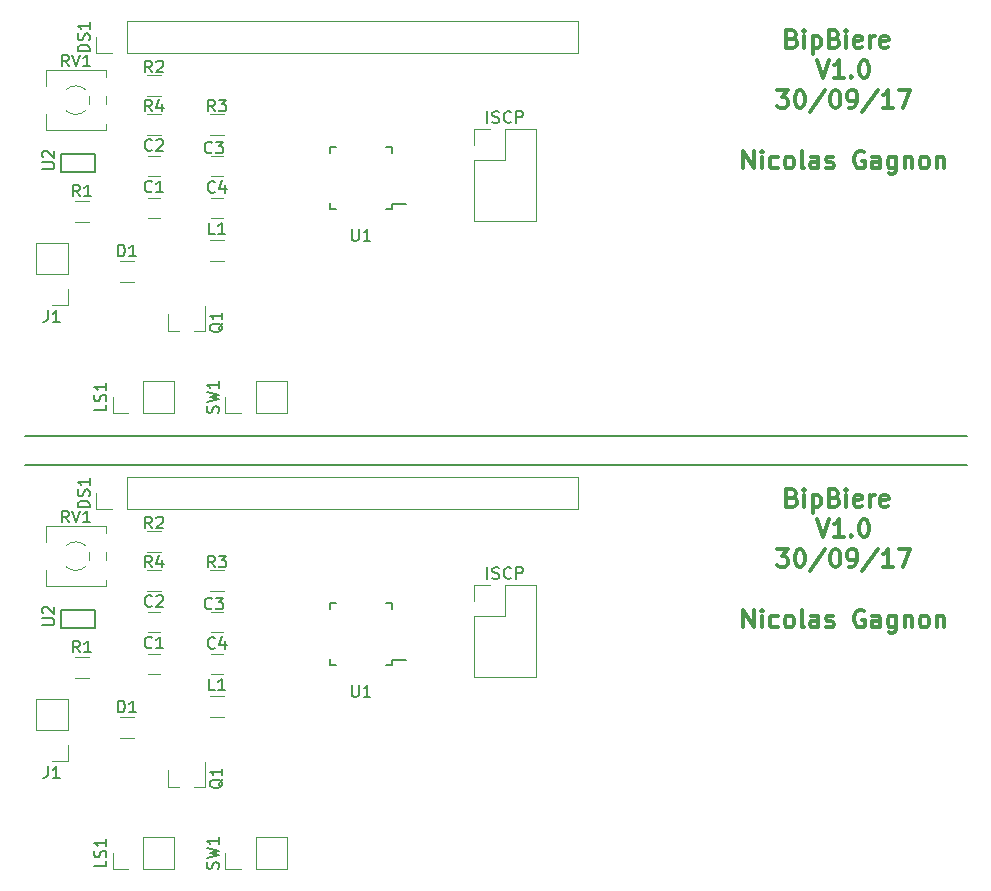
<source format=gbr>
G04 #@! TF.FileFunction,Legend,Top*
%FSLAX46Y46*%
G04 Gerber Fmt 4.6, Leading zero omitted, Abs format (unit mm)*
G04 Created by KiCad (PCBNEW 4.0.6) date 09/30/17 10:47:32*
%MOMM*%
%LPD*%
G01*
G04 APERTURE LIST*
%ADD10C,0.100000*%
%ADD11C,0.300000*%
%ADD12C,0.200000*%
%ADD13C,0.120000*%
%ADD14C,0.150000*%
G04 APERTURE END LIST*
D10*
D11*
X160996858Y-98678857D02*
X161211144Y-98750286D01*
X161282572Y-98821714D01*
X161354001Y-98964571D01*
X161354001Y-99178857D01*
X161282572Y-99321714D01*
X161211144Y-99393143D01*
X161068286Y-99464571D01*
X160496858Y-99464571D01*
X160496858Y-97964571D01*
X160996858Y-97964571D01*
X161139715Y-98036000D01*
X161211144Y-98107429D01*
X161282572Y-98250286D01*
X161282572Y-98393143D01*
X161211144Y-98536000D01*
X161139715Y-98607429D01*
X160996858Y-98678857D01*
X160496858Y-98678857D01*
X161996858Y-99464571D02*
X161996858Y-98464571D01*
X161996858Y-97964571D02*
X161925429Y-98036000D01*
X161996858Y-98107429D01*
X162068286Y-98036000D01*
X161996858Y-97964571D01*
X161996858Y-98107429D01*
X162711144Y-98464571D02*
X162711144Y-99964571D01*
X162711144Y-98536000D02*
X162854001Y-98464571D01*
X163139715Y-98464571D01*
X163282572Y-98536000D01*
X163354001Y-98607429D01*
X163425430Y-98750286D01*
X163425430Y-99178857D01*
X163354001Y-99321714D01*
X163282572Y-99393143D01*
X163139715Y-99464571D01*
X162854001Y-99464571D01*
X162711144Y-99393143D01*
X164568287Y-98678857D02*
X164782573Y-98750286D01*
X164854001Y-98821714D01*
X164925430Y-98964571D01*
X164925430Y-99178857D01*
X164854001Y-99321714D01*
X164782573Y-99393143D01*
X164639715Y-99464571D01*
X164068287Y-99464571D01*
X164068287Y-97964571D01*
X164568287Y-97964571D01*
X164711144Y-98036000D01*
X164782573Y-98107429D01*
X164854001Y-98250286D01*
X164854001Y-98393143D01*
X164782573Y-98536000D01*
X164711144Y-98607429D01*
X164568287Y-98678857D01*
X164068287Y-98678857D01*
X165568287Y-99464571D02*
X165568287Y-98464571D01*
X165568287Y-97964571D02*
X165496858Y-98036000D01*
X165568287Y-98107429D01*
X165639715Y-98036000D01*
X165568287Y-97964571D01*
X165568287Y-98107429D01*
X166854001Y-99393143D02*
X166711144Y-99464571D01*
X166425430Y-99464571D01*
X166282573Y-99393143D01*
X166211144Y-99250286D01*
X166211144Y-98678857D01*
X166282573Y-98536000D01*
X166425430Y-98464571D01*
X166711144Y-98464571D01*
X166854001Y-98536000D01*
X166925430Y-98678857D01*
X166925430Y-98821714D01*
X166211144Y-98964571D01*
X167568287Y-99464571D02*
X167568287Y-98464571D01*
X167568287Y-98750286D02*
X167639715Y-98607429D01*
X167711144Y-98536000D01*
X167854001Y-98464571D01*
X167996858Y-98464571D01*
X169068286Y-99393143D02*
X168925429Y-99464571D01*
X168639715Y-99464571D01*
X168496858Y-99393143D01*
X168425429Y-99250286D01*
X168425429Y-98678857D01*
X168496858Y-98536000D01*
X168639715Y-98464571D01*
X168925429Y-98464571D01*
X169068286Y-98536000D01*
X169139715Y-98678857D01*
X169139715Y-98821714D01*
X168425429Y-98964571D01*
X163068286Y-100514571D02*
X163568286Y-102014571D01*
X164068286Y-100514571D01*
X165354000Y-102014571D02*
X164496857Y-102014571D01*
X164925429Y-102014571D02*
X164925429Y-100514571D01*
X164782572Y-100728857D01*
X164639714Y-100871714D01*
X164496857Y-100943143D01*
X165996857Y-101871714D02*
X166068285Y-101943143D01*
X165996857Y-102014571D01*
X165925428Y-101943143D01*
X165996857Y-101871714D01*
X165996857Y-102014571D01*
X166996857Y-100514571D02*
X167139714Y-100514571D01*
X167282571Y-100586000D01*
X167354000Y-100657429D01*
X167425429Y-100800286D01*
X167496857Y-101086000D01*
X167496857Y-101443143D01*
X167425429Y-101728857D01*
X167354000Y-101871714D01*
X167282571Y-101943143D01*
X167139714Y-102014571D01*
X166996857Y-102014571D01*
X166854000Y-101943143D01*
X166782571Y-101871714D01*
X166711143Y-101728857D01*
X166639714Y-101443143D01*
X166639714Y-101086000D01*
X166711143Y-100800286D01*
X166782571Y-100657429D01*
X166854000Y-100586000D01*
X166996857Y-100514571D01*
X159711144Y-103064571D02*
X160639715Y-103064571D01*
X160139715Y-103636000D01*
X160354001Y-103636000D01*
X160496858Y-103707429D01*
X160568287Y-103778857D01*
X160639715Y-103921714D01*
X160639715Y-104278857D01*
X160568287Y-104421714D01*
X160496858Y-104493143D01*
X160354001Y-104564571D01*
X159925429Y-104564571D01*
X159782572Y-104493143D01*
X159711144Y-104421714D01*
X161568286Y-103064571D02*
X161711143Y-103064571D01*
X161854000Y-103136000D01*
X161925429Y-103207429D01*
X161996858Y-103350286D01*
X162068286Y-103636000D01*
X162068286Y-103993143D01*
X161996858Y-104278857D01*
X161925429Y-104421714D01*
X161854000Y-104493143D01*
X161711143Y-104564571D01*
X161568286Y-104564571D01*
X161425429Y-104493143D01*
X161354000Y-104421714D01*
X161282572Y-104278857D01*
X161211143Y-103993143D01*
X161211143Y-103636000D01*
X161282572Y-103350286D01*
X161354000Y-103207429D01*
X161425429Y-103136000D01*
X161568286Y-103064571D01*
X163782571Y-102993143D02*
X162496857Y-104921714D01*
X164568286Y-103064571D02*
X164711143Y-103064571D01*
X164854000Y-103136000D01*
X164925429Y-103207429D01*
X164996858Y-103350286D01*
X165068286Y-103636000D01*
X165068286Y-103993143D01*
X164996858Y-104278857D01*
X164925429Y-104421714D01*
X164854000Y-104493143D01*
X164711143Y-104564571D01*
X164568286Y-104564571D01*
X164425429Y-104493143D01*
X164354000Y-104421714D01*
X164282572Y-104278857D01*
X164211143Y-103993143D01*
X164211143Y-103636000D01*
X164282572Y-103350286D01*
X164354000Y-103207429D01*
X164425429Y-103136000D01*
X164568286Y-103064571D01*
X165782571Y-104564571D02*
X166068286Y-104564571D01*
X166211143Y-104493143D01*
X166282571Y-104421714D01*
X166425429Y-104207429D01*
X166496857Y-103921714D01*
X166496857Y-103350286D01*
X166425429Y-103207429D01*
X166354000Y-103136000D01*
X166211143Y-103064571D01*
X165925429Y-103064571D01*
X165782571Y-103136000D01*
X165711143Y-103207429D01*
X165639714Y-103350286D01*
X165639714Y-103707429D01*
X165711143Y-103850286D01*
X165782571Y-103921714D01*
X165925429Y-103993143D01*
X166211143Y-103993143D01*
X166354000Y-103921714D01*
X166425429Y-103850286D01*
X166496857Y-103707429D01*
X168211142Y-102993143D02*
X166925428Y-104921714D01*
X169496857Y-104564571D02*
X168639714Y-104564571D01*
X169068286Y-104564571D02*
X169068286Y-103064571D01*
X168925429Y-103278857D01*
X168782571Y-103421714D01*
X168639714Y-103493143D01*
X169996857Y-103064571D02*
X170996857Y-103064571D01*
X170354000Y-104564571D01*
X156854000Y-109664571D02*
X156854000Y-108164571D01*
X157711143Y-109664571D01*
X157711143Y-108164571D01*
X158425429Y-109664571D02*
X158425429Y-108664571D01*
X158425429Y-108164571D02*
X158354000Y-108236000D01*
X158425429Y-108307429D01*
X158496857Y-108236000D01*
X158425429Y-108164571D01*
X158425429Y-108307429D01*
X159782572Y-109593143D02*
X159639715Y-109664571D01*
X159354001Y-109664571D01*
X159211143Y-109593143D01*
X159139715Y-109521714D01*
X159068286Y-109378857D01*
X159068286Y-108950286D01*
X159139715Y-108807429D01*
X159211143Y-108736000D01*
X159354001Y-108664571D01*
X159639715Y-108664571D01*
X159782572Y-108736000D01*
X160639715Y-109664571D02*
X160496857Y-109593143D01*
X160425429Y-109521714D01*
X160354000Y-109378857D01*
X160354000Y-108950286D01*
X160425429Y-108807429D01*
X160496857Y-108736000D01*
X160639715Y-108664571D01*
X160854000Y-108664571D01*
X160996857Y-108736000D01*
X161068286Y-108807429D01*
X161139715Y-108950286D01*
X161139715Y-109378857D01*
X161068286Y-109521714D01*
X160996857Y-109593143D01*
X160854000Y-109664571D01*
X160639715Y-109664571D01*
X161996858Y-109664571D02*
X161854000Y-109593143D01*
X161782572Y-109450286D01*
X161782572Y-108164571D01*
X163211143Y-109664571D02*
X163211143Y-108878857D01*
X163139714Y-108736000D01*
X162996857Y-108664571D01*
X162711143Y-108664571D01*
X162568286Y-108736000D01*
X163211143Y-109593143D02*
X163068286Y-109664571D01*
X162711143Y-109664571D01*
X162568286Y-109593143D01*
X162496857Y-109450286D01*
X162496857Y-109307429D01*
X162568286Y-109164571D01*
X162711143Y-109093143D01*
X163068286Y-109093143D01*
X163211143Y-109021714D01*
X163854000Y-109593143D02*
X163996857Y-109664571D01*
X164282572Y-109664571D01*
X164425429Y-109593143D01*
X164496857Y-109450286D01*
X164496857Y-109378857D01*
X164425429Y-109236000D01*
X164282572Y-109164571D01*
X164068286Y-109164571D01*
X163925429Y-109093143D01*
X163854000Y-108950286D01*
X163854000Y-108878857D01*
X163925429Y-108736000D01*
X164068286Y-108664571D01*
X164282572Y-108664571D01*
X164425429Y-108736000D01*
X167068286Y-108236000D02*
X166925429Y-108164571D01*
X166711143Y-108164571D01*
X166496858Y-108236000D01*
X166354000Y-108378857D01*
X166282572Y-108521714D01*
X166211143Y-108807429D01*
X166211143Y-109021714D01*
X166282572Y-109307429D01*
X166354000Y-109450286D01*
X166496858Y-109593143D01*
X166711143Y-109664571D01*
X166854000Y-109664571D01*
X167068286Y-109593143D01*
X167139715Y-109521714D01*
X167139715Y-109021714D01*
X166854000Y-109021714D01*
X168425429Y-109664571D02*
X168425429Y-108878857D01*
X168354000Y-108736000D01*
X168211143Y-108664571D01*
X167925429Y-108664571D01*
X167782572Y-108736000D01*
X168425429Y-109593143D02*
X168282572Y-109664571D01*
X167925429Y-109664571D01*
X167782572Y-109593143D01*
X167711143Y-109450286D01*
X167711143Y-109307429D01*
X167782572Y-109164571D01*
X167925429Y-109093143D01*
X168282572Y-109093143D01*
X168425429Y-109021714D01*
X169782572Y-108664571D02*
X169782572Y-109878857D01*
X169711143Y-110021714D01*
X169639715Y-110093143D01*
X169496858Y-110164571D01*
X169282572Y-110164571D01*
X169139715Y-110093143D01*
X169782572Y-109593143D02*
X169639715Y-109664571D01*
X169354001Y-109664571D01*
X169211143Y-109593143D01*
X169139715Y-109521714D01*
X169068286Y-109378857D01*
X169068286Y-108950286D01*
X169139715Y-108807429D01*
X169211143Y-108736000D01*
X169354001Y-108664571D01*
X169639715Y-108664571D01*
X169782572Y-108736000D01*
X170496858Y-108664571D02*
X170496858Y-109664571D01*
X170496858Y-108807429D02*
X170568286Y-108736000D01*
X170711144Y-108664571D01*
X170925429Y-108664571D01*
X171068286Y-108736000D01*
X171139715Y-108878857D01*
X171139715Y-109664571D01*
X172068287Y-109664571D02*
X171925429Y-109593143D01*
X171854001Y-109521714D01*
X171782572Y-109378857D01*
X171782572Y-108950286D01*
X171854001Y-108807429D01*
X171925429Y-108736000D01*
X172068287Y-108664571D01*
X172282572Y-108664571D01*
X172425429Y-108736000D01*
X172496858Y-108807429D01*
X172568287Y-108950286D01*
X172568287Y-109378857D01*
X172496858Y-109521714D01*
X172425429Y-109593143D01*
X172282572Y-109664571D01*
X172068287Y-109664571D01*
X173211144Y-108664571D02*
X173211144Y-109664571D01*
X173211144Y-108807429D02*
X173282572Y-108736000D01*
X173425430Y-108664571D01*
X173639715Y-108664571D01*
X173782572Y-108736000D01*
X173854001Y-108878857D01*
X173854001Y-109664571D01*
X160996858Y-59816857D02*
X161211144Y-59888286D01*
X161282572Y-59959714D01*
X161354001Y-60102571D01*
X161354001Y-60316857D01*
X161282572Y-60459714D01*
X161211144Y-60531143D01*
X161068286Y-60602571D01*
X160496858Y-60602571D01*
X160496858Y-59102571D01*
X160996858Y-59102571D01*
X161139715Y-59174000D01*
X161211144Y-59245429D01*
X161282572Y-59388286D01*
X161282572Y-59531143D01*
X161211144Y-59674000D01*
X161139715Y-59745429D01*
X160996858Y-59816857D01*
X160496858Y-59816857D01*
X161996858Y-60602571D02*
X161996858Y-59602571D01*
X161996858Y-59102571D02*
X161925429Y-59174000D01*
X161996858Y-59245429D01*
X162068286Y-59174000D01*
X161996858Y-59102571D01*
X161996858Y-59245429D01*
X162711144Y-59602571D02*
X162711144Y-61102571D01*
X162711144Y-59674000D02*
X162854001Y-59602571D01*
X163139715Y-59602571D01*
X163282572Y-59674000D01*
X163354001Y-59745429D01*
X163425430Y-59888286D01*
X163425430Y-60316857D01*
X163354001Y-60459714D01*
X163282572Y-60531143D01*
X163139715Y-60602571D01*
X162854001Y-60602571D01*
X162711144Y-60531143D01*
X164568287Y-59816857D02*
X164782573Y-59888286D01*
X164854001Y-59959714D01*
X164925430Y-60102571D01*
X164925430Y-60316857D01*
X164854001Y-60459714D01*
X164782573Y-60531143D01*
X164639715Y-60602571D01*
X164068287Y-60602571D01*
X164068287Y-59102571D01*
X164568287Y-59102571D01*
X164711144Y-59174000D01*
X164782573Y-59245429D01*
X164854001Y-59388286D01*
X164854001Y-59531143D01*
X164782573Y-59674000D01*
X164711144Y-59745429D01*
X164568287Y-59816857D01*
X164068287Y-59816857D01*
X165568287Y-60602571D02*
X165568287Y-59602571D01*
X165568287Y-59102571D02*
X165496858Y-59174000D01*
X165568287Y-59245429D01*
X165639715Y-59174000D01*
X165568287Y-59102571D01*
X165568287Y-59245429D01*
X166854001Y-60531143D02*
X166711144Y-60602571D01*
X166425430Y-60602571D01*
X166282573Y-60531143D01*
X166211144Y-60388286D01*
X166211144Y-59816857D01*
X166282573Y-59674000D01*
X166425430Y-59602571D01*
X166711144Y-59602571D01*
X166854001Y-59674000D01*
X166925430Y-59816857D01*
X166925430Y-59959714D01*
X166211144Y-60102571D01*
X167568287Y-60602571D02*
X167568287Y-59602571D01*
X167568287Y-59888286D02*
X167639715Y-59745429D01*
X167711144Y-59674000D01*
X167854001Y-59602571D01*
X167996858Y-59602571D01*
X169068286Y-60531143D02*
X168925429Y-60602571D01*
X168639715Y-60602571D01*
X168496858Y-60531143D01*
X168425429Y-60388286D01*
X168425429Y-59816857D01*
X168496858Y-59674000D01*
X168639715Y-59602571D01*
X168925429Y-59602571D01*
X169068286Y-59674000D01*
X169139715Y-59816857D01*
X169139715Y-59959714D01*
X168425429Y-60102571D01*
X163068286Y-61652571D02*
X163568286Y-63152571D01*
X164068286Y-61652571D01*
X165354000Y-63152571D02*
X164496857Y-63152571D01*
X164925429Y-63152571D02*
X164925429Y-61652571D01*
X164782572Y-61866857D01*
X164639714Y-62009714D01*
X164496857Y-62081143D01*
X165996857Y-63009714D02*
X166068285Y-63081143D01*
X165996857Y-63152571D01*
X165925428Y-63081143D01*
X165996857Y-63009714D01*
X165996857Y-63152571D01*
X166996857Y-61652571D02*
X167139714Y-61652571D01*
X167282571Y-61724000D01*
X167354000Y-61795429D01*
X167425429Y-61938286D01*
X167496857Y-62224000D01*
X167496857Y-62581143D01*
X167425429Y-62866857D01*
X167354000Y-63009714D01*
X167282571Y-63081143D01*
X167139714Y-63152571D01*
X166996857Y-63152571D01*
X166854000Y-63081143D01*
X166782571Y-63009714D01*
X166711143Y-62866857D01*
X166639714Y-62581143D01*
X166639714Y-62224000D01*
X166711143Y-61938286D01*
X166782571Y-61795429D01*
X166854000Y-61724000D01*
X166996857Y-61652571D01*
X159711144Y-64202571D02*
X160639715Y-64202571D01*
X160139715Y-64774000D01*
X160354001Y-64774000D01*
X160496858Y-64845429D01*
X160568287Y-64916857D01*
X160639715Y-65059714D01*
X160639715Y-65416857D01*
X160568287Y-65559714D01*
X160496858Y-65631143D01*
X160354001Y-65702571D01*
X159925429Y-65702571D01*
X159782572Y-65631143D01*
X159711144Y-65559714D01*
X161568286Y-64202571D02*
X161711143Y-64202571D01*
X161854000Y-64274000D01*
X161925429Y-64345429D01*
X161996858Y-64488286D01*
X162068286Y-64774000D01*
X162068286Y-65131143D01*
X161996858Y-65416857D01*
X161925429Y-65559714D01*
X161854000Y-65631143D01*
X161711143Y-65702571D01*
X161568286Y-65702571D01*
X161425429Y-65631143D01*
X161354000Y-65559714D01*
X161282572Y-65416857D01*
X161211143Y-65131143D01*
X161211143Y-64774000D01*
X161282572Y-64488286D01*
X161354000Y-64345429D01*
X161425429Y-64274000D01*
X161568286Y-64202571D01*
X163782571Y-64131143D02*
X162496857Y-66059714D01*
X164568286Y-64202571D02*
X164711143Y-64202571D01*
X164854000Y-64274000D01*
X164925429Y-64345429D01*
X164996858Y-64488286D01*
X165068286Y-64774000D01*
X165068286Y-65131143D01*
X164996858Y-65416857D01*
X164925429Y-65559714D01*
X164854000Y-65631143D01*
X164711143Y-65702571D01*
X164568286Y-65702571D01*
X164425429Y-65631143D01*
X164354000Y-65559714D01*
X164282572Y-65416857D01*
X164211143Y-65131143D01*
X164211143Y-64774000D01*
X164282572Y-64488286D01*
X164354000Y-64345429D01*
X164425429Y-64274000D01*
X164568286Y-64202571D01*
X165782571Y-65702571D02*
X166068286Y-65702571D01*
X166211143Y-65631143D01*
X166282571Y-65559714D01*
X166425429Y-65345429D01*
X166496857Y-65059714D01*
X166496857Y-64488286D01*
X166425429Y-64345429D01*
X166354000Y-64274000D01*
X166211143Y-64202571D01*
X165925429Y-64202571D01*
X165782571Y-64274000D01*
X165711143Y-64345429D01*
X165639714Y-64488286D01*
X165639714Y-64845429D01*
X165711143Y-64988286D01*
X165782571Y-65059714D01*
X165925429Y-65131143D01*
X166211143Y-65131143D01*
X166354000Y-65059714D01*
X166425429Y-64988286D01*
X166496857Y-64845429D01*
X168211142Y-64131143D02*
X166925428Y-66059714D01*
X169496857Y-65702571D02*
X168639714Y-65702571D01*
X169068286Y-65702571D02*
X169068286Y-64202571D01*
X168925429Y-64416857D01*
X168782571Y-64559714D01*
X168639714Y-64631143D01*
X169996857Y-64202571D02*
X170996857Y-64202571D01*
X170354000Y-65702571D01*
X156854000Y-70802571D02*
X156854000Y-69302571D01*
X157711143Y-70802571D01*
X157711143Y-69302571D01*
X158425429Y-70802571D02*
X158425429Y-69802571D01*
X158425429Y-69302571D02*
X158354000Y-69374000D01*
X158425429Y-69445429D01*
X158496857Y-69374000D01*
X158425429Y-69302571D01*
X158425429Y-69445429D01*
X159782572Y-70731143D02*
X159639715Y-70802571D01*
X159354001Y-70802571D01*
X159211143Y-70731143D01*
X159139715Y-70659714D01*
X159068286Y-70516857D01*
X159068286Y-70088286D01*
X159139715Y-69945429D01*
X159211143Y-69874000D01*
X159354001Y-69802571D01*
X159639715Y-69802571D01*
X159782572Y-69874000D01*
X160639715Y-70802571D02*
X160496857Y-70731143D01*
X160425429Y-70659714D01*
X160354000Y-70516857D01*
X160354000Y-70088286D01*
X160425429Y-69945429D01*
X160496857Y-69874000D01*
X160639715Y-69802571D01*
X160854000Y-69802571D01*
X160996857Y-69874000D01*
X161068286Y-69945429D01*
X161139715Y-70088286D01*
X161139715Y-70516857D01*
X161068286Y-70659714D01*
X160996857Y-70731143D01*
X160854000Y-70802571D01*
X160639715Y-70802571D01*
X161996858Y-70802571D02*
X161854000Y-70731143D01*
X161782572Y-70588286D01*
X161782572Y-69302571D01*
X163211143Y-70802571D02*
X163211143Y-70016857D01*
X163139714Y-69874000D01*
X162996857Y-69802571D01*
X162711143Y-69802571D01*
X162568286Y-69874000D01*
X163211143Y-70731143D02*
X163068286Y-70802571D01*
X162711143Y-70802571D01*
X162568286Y-70731143D01*
X162496857Y-70588286D01*
X162496857Y-70445429D01*
X162568286Y-70302571D01*
X162711143Y-70231143D01*
X163068286Y-70231143D01*
X163211143Y-70159714D01*
X163854000Y-70731143D02*
X163996857Y-70802571D01*
X164282572Y-70802571D01*
X164425429Y-70731143D01*
X164496857Y-70588286D01*
X164496857Y-70516857D01*
X164425429Y-70374000D01*
X164282572Y-70302571D01*
X164068286Y-70302571D01*
X163925429Y-70231143D01*
X163854000Y-70088286D01*
X163854000Y-70016857D01*
X163925429Y-69874000D01*
X164068286Y-69802571D01*
X164282572Y-69802571D01*
X164425429Y-69874000D01*
X167068286Y-69374000D02*
X166925429Y-69302571D01*
X166711143Y-69302571D01*
X166496858Y-69374000D01*
X166354000Y-69516857D01*
X166282572Y-69659714D01*
X166211143Y-69945429D01*
X166211143Y-70159714D01*
X166282572Y-70445429D01*
X166354000Y-70588286D01*
X166496858Y-70731143D01*
X166711143Y-70802571D01*
X166854000Y-70802571D01*
X167068286Y-70731143D01*
X167139715Y-70659714D01*
X167139715Y-70159714D01*
X166854000Y-70159714D01*
X168425429Y-70802571D02*
X168425429Y-70016857D01*
X168354000Y-69874000D01*
X168211143Y-69802571D01*
X167925429Y-69802571D01*
X167782572Y-69874000D01*
X168425429Y-70731143D02*
X168282572Y-70802571D01*
X167925429Y-70802571D01*
X167782572Y-70731143D01*
X167711143Y-70588286D01*
X167711143Y-70445429D01*
X167782572Y-70302571D01*
X167925429Y-70231143D01*
X168282572Y-70231143D01*
X168425429Y-70159714D01*
X169782572Y-69802571D02*
X169782572Y-71016857D01*
X169711143Y-71159714D01*
X169639715Y-71231143D01*
X169496858Y-71302571D01*
X169282572Y-71302571D01*
X169139715Y-71231143D01*
X169782572Y-70731143D02*
X169639715Y-70802571D01*
X169354001Y-70802571D01*
X169211143Y-70731143D01*
X169139715Y-70659714D01*
X169068286Y-70516857D01*
X169068286Y-70088286D01*
X169139715Y-69945429D01*
X169211143Y-69874000D01*
X169354001Y-69802571D01*
X169639715Y-69802571D01*
X169782572Y-69874000D01*
X170496858Y-69802571D02*
X170496858Y-70802571D01*
X170496858Y-69945429D02*
X170568286Y-69874000D01*
X170711144Y-69802571D01*
X170925429Y-69802571D01*
X171068286Y-69874000D01*
X171139715Y-70016857D01*
X171139715Y-70802571D01*
X172068287Y-70802571D02*
X171925429Y-70731143D01*
X171854001Y-70659714D01*
X171782572Y-70516857D01*
X171782572Y-70088286D01*
X171854001Y-69945429D01*
X171925429Y-69874000D01*
X172068287Y-69802571D01*
X172282572Y-69802571D01*
X172425429Y-69874000D01*
X172496858Y-69945429D01*
X172568287Y-70088286D01*
X172568287Y-70516857D01*
X172496858Y-70659714D01*
X172425429Y-70731143D01*
X172282572Y-70802571D01*
X172068287Y-70802571D01*
X173211144Y-69802571D02*
X173211144Y-70802571D01*
X173211144Y-69945429D02*
X173282572Y-69874000D01*
X173425430Y-69802571D01*
X173639715Y-69802571D01*
X173782572Y-69874000D01*
X173854001Y-70016857D01*
X173854001Y-70802571D01*
D12*
X96012000Y-95885000D02*
X175768000Y-95885000D01*
X175768000Y-93472000D02*
X96012000Y-93472000D01*
D13*
X134052000Y-113852000D02*
X139252000Y-113852000D01*
X134052000Y-108712000D02*
X134052000Y-113852000D01*
X139252000Y-106112000D02*
X139252000Y-113852000D01*
X134052000Y-108712000D02*
X136652000Y-108712000D01*
X136652000Y-108712000D02*
X136652000Y-106112000D01*
X136652000Y-106112000D02*
X139252000Y-106112000D01*
X134052000Y-107442000D02*
X134052000Y-106112000D01*
X134052000Y-106112000D02*
X135382000Y-106112000D01*
X142808000Y-99628000D02*
X142808000Y-96968000D01*
X104648000Y-99628000D02*
X142808000Y-99628000D01*
X104648000Y-96968000D02*
X142808000Y-96968000D01*
X104648000Y-99628000D02*
X104648000Y-96968000D01*
X103378000Y-99628000D02*
X102048000Y-99628000D01*
X102048000Y-99628000D02*
X102048000Y-98298000D01*
X99628000Y-115764000D02*
X96968000Y-115764000D01*
X99628000Y-118364000D02*
X99628000Y-115764000D01*
X96968000Y-118364000D02*
X96968000Y-115764000D01*
X99628000Y-118364000D02*
X96968000Y-118364000D01*
X99628000Y-119634000D02*
X99628000Y-120964000D01*
X99628000Y-120964000D02*
X98298000Y-120964000D01*
D14*
X127085000Y-112861000D02*
X127085000Y-112436000D01*
X121835000Y-112861000D02*
X121835000Y-112351000D01*
X121835000Y-107611000D02*
X121835000Y-108121000D01*
X127085000Y-107611000D02*
X127085000Y-108121000D01*
X127085000Y-112861000D02*
X126575000Y-112861000D01*
X127085000Y-107611000D02*
X126575000Y-107611000D01*
X121835000Y-107611000D02*
X122345000Y-107611000D01*
X121835000Y-112861000D02*
X122345000Y-112861000D01*
X127085000Y-112436000D02*
X128310000Y-112436000D01*
X101955600Y-109728000D02*
X101955600Y-108153200D01*
X101955600Y-109728000D02*
X99060000Y-109728000D01*
X101955600Y-108153200D02*
X99060000Y-108153200D01*
X99060000Y-108153200D02*
X99060000Y-109728000D01*
D13*
X118170000Y-130108000D02*
X118170000Y-127448000D01*
X115570000Y-130108000D02*
X118170000Y-130108000D01*
X115570000Y-127448000D02*
X118170000Y-127448000D01*
X115570000Y-130108000D02*
X115570000Y-127448000D01*
X114300000Y-130108000D02*
X112970000Y-130108000D01*
X112970000Y-130108000D02*
X112970000Y-128778000D01*
X97770000Y-101072000D02*
X102890000Y-101072000D01*
X97770000Y-106192000D02*
X102890000Y-106192000D01*
X97770000Y-101072000D02*
X97770000Y-102452000D01*
X97770000Y-104812000D02*
X97770000Y-106192000D01*
X102890000Y-101072000D02*
X102890000Y-101652000D01*
X102890000Y-103312000D02*
X102890000Y-103952000D01*
X102890000Y-105612000D02*
X102890000Y-106192000D01*
X101155218Y-104516938D02*
G75*
G02X100330000Y-104842000I-825218J884938D01*
G01*
X101488610Y-103297149D02*
G75*
G02X101490000Y-103962000I-1158610J-334851D01*
G01*
X99510042Y-102742636D02*
G75*
G02X101160000Y-102752000I819958J-889364D01*
G01*
X100351194Y-104848778D02*
G75*
G02X99500000Y-104522000I-21194J1216778D01*
G01*
X106334000Y-104784000D02*
X107534000Y-104784000D01*
X107534000Y-106544000D02*
X106334000Y-106544000D01*
X111668000Y-104784000D02*
X112868000Y-104784000D01*
X112868000Y-106544000D02*
X111668000Y-106544000D01*
X106334000Y-101482000D02*
X107534000Y-101482000D01*
X107534000Y-103242000D02*
X106334000Y-103242000D01*
X101438000Y-113910000D02*
X100238000Y-113910000D01*
X100238000Y-112150000D02*
X101438000Y-112150000D01*
X108148000Y-123188000D02*
X109078000Y-123188000D01*
X111308000Y-123188000D02*
X110378000Y-123188000D01*
X111308000Y-123188000D02*
X111308000Y-121028000D01*
X108148000Y-123188000D02*
X108148000Y-121728000D01*
X108645000Y-130108000D02*
X108645000Y-127448000D01*
X106045000Y-130108000D02*
X108645000Y-130108000D01*
X106045000Y-127448000D02*
X108645000Y-127448000D01*
X106045000Y-130108000D02*
X106045000Y-127448000D01*
X104775000Y-130108000D02*
X103445000Y-130108000D01*
X103445000Y-130108000D02*
X103445000Y-128778000D01*
X112868000Y-117212000D02*
X111668000Y-117212000D01*
X111668000Y-115452000D02*
X112868000Y-115452000D01*
X105248000Y-118990000D02*
X104048000Y-118990000D01*
X104048000Y-117230000D02*
X105248000Y-117230000D01*
X112768000Y-111926000D02*
X111768000Y-111926000D01*
X111768000Y-113626000D02*
X112768000Y-113626000D01*
X112768000Y-108370000D02*
X111768000Y-108370000D01*
X111768000Y-110070000D02*
X112768000Y-110070000D01*
X107434000Y-108370000D02*
X106434000Y-108370000D01*
X106434000Y-110070000D02*
X107434000Y-110070000D01*
X106434000Y-113626000D02*
X107434000Y-113626000D01*
X107434000Y-111926000D02*
X106434000Y-111926000D01*
X106434000Y-75018000D02*
X107434000Y-75018000D01*
X107434000Y-73318000D02*
X106434000Y-73318000D01*
X107434000Y-69762000D02*
X106434000Y-69762000D01*
X106434000Y-71462000D02*
X107434000Y-71462000D01*
X112768000Y-69762000D02*
X111768000Y-69762000D01*
X111768000Y-71462000D02*
X112768000Y-71462000D01*
X112768000Y-73318000D02*
X111768000Y-73318000D01*
X111768000Y-75018000D02*
X112768000Y-75018000D01*
X105248000Y-80382000D02*
X104048000Y-80382000D01*
X104048000Y-78622000D02*
X105248000Y-78622000D01*
X112868000Y-78604000D02*
X111668000Y-78604000D01*
X111668000Y-76844000D02*
X112868000Y-76844000D01*
X108645000Y-91500000D02*
X108645000Y-88840000D01*
X106045000Y-91500000D02*
X108645000Y-91500000D01*
X106045000Y-88840000D02*
X108645000Y-88840000D01*
X106045000Y-91500000D02*
X106045000Y-88840000D01*
X104775000Y-91500000D02*
X103445000Y-91500000D01*
X103445000Y-91500000D02*
X103445000Y-90170000D01*
X108148000Y-84580000D02*
X109078000Y-84580000D01*
X111308000Y-84580000D02*
X110378000Y-84580000D01*
X111308000Y-84580000D02*
X111308000Y-82420000D01*
X108148000Y-84580000D02*
X108148000Y-83120000D01*
X101438000Y-75302000D02*
X100238000Y-75302000D01*
X100238000Y-73542000D02*
X101438000Y-73542000D01*
X106334000Y-62874000D02*
X107534000Y-62874000D01*
X107534000Y-64634000D02*
X106334000Y-64634000D01*
X111668000Y-66176000D02*
X112868000Y-66176000D01*
X112868000Y-67936000D02*
X111668000Y-67936000D01*
X106334000Y-66176000D02*
X107534000Y-66176000D01*
X107534000Y-67936000D02*
X106334000Y-67936000D01*
X97770000Y-62464000D02*
X102890000Y-62464000D01*
X97770000Y-67584000D02*
X102890000Y-67584000D01*
X97770000Y-62464000D02*
X97770000Y-63844000D01*
X97770000Y-66204000D02*
X97770000Y-67584000D01*
X102890000Y-62464000D02*
X102890000Y-63044000D01*
X102890000Y-64704000D02*
X102890000Y-65344000D01*
X102890000Y-67004000D02*
X102890000Y-67584000D01*
X101155218Y-65908938D02*
G75*
G02X100330000Y-66234000I-825218J884938D01*
G01*
X101488610Y-64689149D02*
G75*
G02X101490000Y-65354000I-1158610J-334851D01*
G01*
X99510042Y-64134636D02*
G75*
G02X101160000Y-64144000I819958J-889364D01*
G01*
X100351194Y-66240778D02*
G75*
G02X99500000Y-65914000I-21194J1216778D01*
G01*
X118170000Y-91500000D02*
X118170000Y-88840000D01*
X115570000Y-91500000D02*
X118170000Y-91500000D01*
X115570000Y-88840000D02*
X118170000Y-88840000D01*
X115570000Y-91500000D02*
X115570000Y-88840000D01*
X114300000Y-91500000D02*
X112970000Y-91500000D01*
X112970000Y-91500000D02*
X112970000Y-90170000D01*
D14*
X101955600Y-71120000D02*
X101955600Y-69545200D01*
X101955600Y-71120000D02*
X99060000Y-71120000D01*
X101955600Y-69545200D02*
X99060000Y-69545200D01*
X99060000Y-69545200D02*
X99060000Y-71120000D01*
X127085000Y-74253000D02*
X127085000Y-73828000D01*
X121835000Y-74253000D02*
X121835000Y-73743000D01*
X121835000Y-69003000D02*
X121835000Y-69513000D01*
X127085000Y-69003000D02*
X127085000Y-69513000D01*
X127085000Y-74253000D02*
X126575000Y-74253000D01*
X127085000Y-69003000D02*
X126575000Y-69003000D01*
X121835000Y-69003000D02*
X122345000Y-69003000D01*
X121835000Y-74253000D02*
X122345000Y-74253000D01*
X127085000Y-73828000D02*
X128310000Y-73828000D01*
D13*
X99628000Y-77156000D02*
X96968000Y-77156000D01*
X99628000Y-79756000D02*
X99628000Y-77156000D01*
X96968000Y-79756000D02*
X96968000Y-77156000D01*
X99628000Y-79756000D02*
X96968000Y-79756000D01*
X99628000Y-81026000D02*
X99628000Y-82356000D01*
X99628000Y-82356000D02*
X98298000Y-82356000D01*
X142808000Y-61020000D02*
X142808000Y-58360000D01*
X104648000Y-61020000D02*
X142808000Y-61020000D01*
X104648000Y-58360000D02*
X142808000Y-58360000D01*
X104648000Y-61020000D02*
X104648000Y-58360000D01*
X103378000Y-61020000D02*
X102048000Y-61020000D01*
X102048000Y-61020000D02*
X102048000Y-59690000D01*
X134052000Y-75244000D02*
X139252000Y-75244000D01*
X134052000Y-70104000D02*
X134052000Y-75244000D01*
X139252000Y-67504000D02*
X139252000Y-75244000D01*
X134052000Y-70104000D02*
X136652000Y-70104000D01*
X136652000Y-70104000D02*
X136652000Y-67504000D01*
X136652000Y-67504000D02*
X139252000Y-67504000D01*
X134052000Y-68834000D02*
X134052000Y-67504000D01*
X134052000Y-67504000D02*
X135382000Y-67504000D01*
D14*
X135175810Y-105564381D02*
X135175810Y-104564381D01*
X135604381Y-105516762D02*
X135747238Y-105564381D01*
X135985334Y-105564381D01*
X136080572Y-105516762D01*
X136128191Y-105469143D01*
X136175810Y-105373905D01*
X136175810Y-105278667D01*
X136128191Y-105183429D01*
X136080572Y-105135810D01*
X135985334Y-105088190D01*
X135794857Y-105040571D01*
X135699619Y-104992952D01*
X135652000Y-104945333D01*
X135604381Y-104850095D01*
X135604381Y-104754857D01*
X135652000Y-104659619D01*
X135699619Y-104612000D01*
X135794857Y-104564381D01*
X136032953Y-104564381D01*
X136175810Y-104612000D01*
X137175810Y-105469143D02*
X137128191Y-105516762D01*
X136985334Y-105564381D01*
X136890096Y-105564381D01*
X136747238Y-105516762D01*
X136652000Y-105421524D01*
X136604381Y-105326286D01*
X136556762Y-105135810D01*
X136556762Y-104992952D01*
X136604381Y-104802476D01*
X136652000Y-104707238D01*
X136747238Y-104612000D01*
X136890096Y-104564381D01*
X136985334Y-104564381D01*
X137128191Y-104612000D01*
X137175810Y-104659619D01*
X137604381Y-105564381D02*
X137604381Y-104564381D01*
X137985334Y-104564381D01*
X138080572Y-104612000D01*
X138128191Y-104659619D01*
X138175810Y-104754857D01*
X138175810Y-104897714D01*
X138128191Y-104992952D01*
X138080572Y-105040571D01*
X137985334Y-105088190D01*
X137604381Y-105088190D01*
X101500381Y-99512286D02*
X100500381Y-99512286D01*
X100500381Y-99274191D01*
X100548000Y-99131333D01*
X100643238Y-99036095D01*
X100738476Y-98988476D01*
X100928952Y-98940857D01*
X101071810Y-98940857D01*
X101262286Y-98988476D01*
X101357524Y-99036095D01*
X101452762Y-99131333D01*
X101500381Y-99274191D01*
X101500381Y-99512286D01*
X101452762Y-98559905D02*
X101500381Y-98417048D01*
X101500381Y-98178952D01*
X101452762Y-98083714D01*
X101405143Y-98036095D01*
X101309905Y-97988476D01*
X101214667Y-97988476D01*
X101119429Y-98036095D01*
X101071810Y-98083714D01*
X101024190Y-98178952D01*
X100976571Y-98369429D01*
X100928952Y-98464667D01*
X100881333Y-98512286D01*
X100786095Y-98559905D01*
X100690857Y-98559905D01*
X100595619Y-98512286D01*
X100548000Y-98464667D01*
X100500381Y-98369429D01*
X100500381Y-98131333D01*
X100548000Y-97988476D01*
X101500381Y-97036095D02*
X101500381Y-97607524D01*
X101500381Y-97321810D02*
X100500381Y-97321810D01*
X100643238Y-97417048D01*
X100738476Y-97512286D01*
X100786095Y-97607524D01*
X97964667Y-121416381D02*
X97964667Y-122130667D01*
X97917047Y-122273524D01*
X97821809Y-122368762D01*
X97678952Y-122416381D01*
X97583714Y-122416381D01*
X98964667Y-122416381D02*
X98393238Y-122416381D01*
X98678952Y-122416381D02*
X98678952Y-121416381D01*
X98583714Y-121559238D01*
X98488476Y-121654476D01*
X98393238Y-121702095D01*
X123698095Y-114538381D02*
X123698095Y-115347905D01*
X123745714Y-115443143D01*
X123793333Y-115490762D01*
X123888571Y-115538381D01*
X124079048Y-115538381D01*
X124174286Y-115490762D01*
X124221905Y-115443143D01*
X124269524Y-115347905D01*
X124269524Y-114538381D01*
X125269524Y-115538381D02*
X124698095Y-115538381D01*
X124983809Y-115538381D02*
X124983809Y-114538381D01*
X124888571Y-114681238D01*
X124793333Y-114776476D01*
X124698095Y-114824095D01*
X97496381Y-109473905D02*
X98305905Y-109473905D01*
X98401143Y-109426286D01*
X98448762Y-109378667D01*
X98496381Y-109283429D01*
X98496381Y-109092952D01*
X98448762Y-108997714D01*
X98401143Y-108950095D01*
X98305905Y-108902476D01*
X97496381Y-108902476D01*
X97591619Y-108473905D02*
X97544000Y-108426286D01*
X97496381Y-108331048D01*
X97496381Y-108092952D01*
X97544000Y-107997714D01*
X97591619Y-107950095D01*
X97686857Y-107902476D01*
X97782095Y-107902476D01*
X97924952Y-107950095D01*
X98496381Y-108521524D01*
X98496381Y-107902476D01*
X112374762Y-130111333D02*
X112422381Y-129968476D01*
X112422381Y-129730380D01*
X112374762Y-129635142D01*
X112327143Y-129587523D01*
X112231905Y-129539904D01*
X112136667Y-129539904D01*
X112041429Y-129587523D01*
X111993810Y-129635142D01*
X111946190Y-129730380D01*
X111898571Y-129920857D01*
X111850952Y-130016095D01*
X111803333Y-130063714D01*
X111708095Y-130111333D01*
X111612857Y-130111333D01*
X111517619Y-130063714D01*
X111470000Y-130016095D01*
X111422381Y-129920857D01*
X111422381Y-129682761D01*
X111470000Y-129539904D01*
X111422381Y-129206571D02*
X112422381Y-128968476D01*
X111708095Y-128777999D01*
X112422381Y-128587523D01*
X111422381Y-128349428D01*
X112422381Y-127444666D02*
X112422381Y-128016095D01*
X112422381Y-127730381D02*
X111422381Y-127730381D01*
X111565238Y-127825619D01*
X111660476Y-127920857D01*
X111708095Y-128016095D01*
X99734762Y-100782381D02*
X99401428Y-100306190D01*
X99163333Y-100782381D02*
X99163333Y-99782381D01*
X99544286Y-99782381D01*
X99639524Y-99830000D01*
X99687143Y-99877619D01*
X99734762Y-99972857D01*
X99734762Y-100115714D01*
X99687143Y-100210952D01*
X99639524Y-100258571D01*
X99544286Y-100306190D01*
X99163333Y-100306190D01*
X100020476Y-99782381D02*
X100353809Y-100782381D01*
X100687143Y-99782381D01*
X101544286Y-100782381D02*
X100972857Y-100782381D01*
X101258571Y-100782381D02*
X101258571Y-99782381D01*
X101163333Y-99925238D01*
X101068095Y-100020476D01*
X100972857Y-100068095D01*
X106767334Y-104592381D02*
X106434000Y-104116190D01*
X106195905Y-104592381D02*
X106195905Y-103592381D01*
X106576858Y-103592381D01*
X106672096Y-103640000D01*
X106719715Y-103687619D01*
X106767334Y-103782857D01*
X106767334Y-103925714D01*
X106719715Y-104020952D01*
X106672096Y-104068571D01*
X106576858Y-104116190D01*
X106195905Y-104116190D01*
X107624477Y-103925714D02*
X107624477Y-104592381D01*
X107386381Y-103544762D02*
X107148286Y-104259048D01*
X107767334Y-104259048D01*
X112101334Y-104592381D02*
X111768000Y-104116190D01*
X111529905Y-104592381D02*
X111529905Y-103592381D01*
X111910858Y-103592381D01*
X112006096Y-103640000D01*
X112053715Y-103687619D01*
X112101334Y-103782857D01*
X112101334Y-103925714D01*
X112053715Y-104020952D01*
X112006096Y-104068571D01*
X111910858Y-104116190D01*
X111529905Y-104116190D01*
X112434667Y-103592381D02*
X113053715Y-103592381D01*
X112720381Y-103973333D01*
X112863239Y-103973333D01*
X112958477Y-104020952D01*
X113006096Y-104068571D01*
X113053715Y-104163810D01*
X113053715Y-104401905D01*
X113006096Y-104497143D01*
X112958477Y-104544762D01*
X112863239Y-104592381D01*
X112577524Y-104592381D01*
X112482286Y-104544762D01*
X112434667Y-104497143D01*
X106767334Y-101290381D02*
X106434000Y-100814190D01*
X106195905Y-101290381D02*
X106195905Y-100290381D01*
X106576858Y-100290381D01*
X106672096Y-100338000D01*
X106719715Y-100385619D01*
X106767334Y-100480857D01*
X106767334Y-100623714D01*
X106719715Y-100718952D01*
X106672096Y-100766571D01*
X106576858Y-100814190D01*
X106195905Y-100814190D01*
X107148286Y-100385619D02*
X107195905Y-100338000D01*
X107291143Y-100290381D01*
X107529239Y-100290381D01*
X107624477Y-100338000D01*
X107672096Y-100385619D01*
X107719715Y-100480857D01*
X107719715Y-100576095D01*
X107672096Y-100718952D01*
X107100667Y-101290381D01*
X107719715Y-101290381D01*
X100671334Y-111782381D02*
X100338000Y-111306190D01*
X100099905Y-111782381D02*
X100099905Y-110782381D01*
X100480858Y-110782381D01*
X100576096Y-110830000D01*
X100623715Y-110877619D01*
X100671334Y-110972857D01*
X100671334Y-111115714D01*
X100623715Y-111210952D01*
X100576096Y-111258571D01*
X100480858Y-111306190D01*
X100099905Y-111306190D01*
X101623715Y-111782381D02*
X101052286Y-111782381D01*
X101338000Y-111782381D02*
X101338000Y-110782381D01*
X101242762Y-110925238D01*
X101147524Y-111020476D01*
X101052286Y-111068095D01*
X112775619Y-122523238D02*
X112728000Y-122618476D01*
X112632762Y-122713714D01*
X112489905Y-122856571D01*
X112442286Y-122951810D01*
X112442286Y-123047048D01*
X112680381Y-122999429D02*
X112632762Y-123094667D01*
X112537524Y-123189905D01*
X112347048Y-123237524D01*
X112013714Y-123237524D01*
X111823238Y-123189905D01*
X111728000Y-123094667D01*
X111680381Y-122999429D01*
X111680381Y-122808952D01*
X111728000Y-122713714D01*
X111823238Y-122618476D01*
X112013714Y-122570857D01*
X112347048Y-122570857D01*
X112537524Y-122618476D01*
X112632762Y-122713714D01*
X112680381Y-122808952D01*
X112680381Y-122999429D01*
X112680381Y-121618476D02*
X112680381Y-122189905D01*
X112680381Y-121904191D02*
X111680381Y-121904191D01*
X111823238Y-121999429D01*
X111918476Y-122094667D01*
X111966095Y-122189905D01*
X102897381Y-129420857D02*
X102897381Y-129897048D01*
X101897381Y-129897048D01*
X102849762Y-129135143D02*
X102897381Y-128992286D01*
X102897381Y-128754190D01*
X102849762Y-128658952D01*
X102802143Y-128611333D01*
X102706905Y-128563714D01*
X102611667Y-128563714D01*
X102516429Y-128611333D01*
X102468810Y-128658952D01*
X102421190Y-128754190D01*
X102373571Y-128944667D01*
X102325952Y-129039905D01*
X102278333Y-129087524D01*
X102183095Y-129135143D01*
X102087857Y-129135143D01*
X101992619Y-129087524D01*
X101945000Y-129039905D01*
X101897381Y-128944667D01*
X101897381Y-128706571D01*
X101945000Y-128563714D01*
X102897381Y-127611333D02*
X102897381Y-128182762D01*
X102897381Y-127897048D02*
X101897381Y-127897048D01*
X102040238Y-127992286D01*
X102135476Y-128087524D01*
X102183095Y-128182762D01*
X112101334Y-115006381D02*
X111625143Y-115006381D01*
X111625143Y-114006381D01*
X112958477Y-115006381D02*
X112387048Y-115006381D01*
X112672762Y-115006381D02*
X112672762Y-114006381D01*
X112577524Y-114149238D01*
X112482286Y-114244476D01*
X112387048Y-114292095D01*
X103909905Y-116862381D02*
X103909905Y-115862381D01*
X104148000Y-115862381D01*
X104290858Y-115910000D01*
X104386096Y-116005238D01*
X104433715Y-116100476D01*
X104481334Y-116290952D01*
X104481334Y-116433810D01*
X104433715Y-116624286D01*
X104386096Y-116719524D01*
X104290858Y-116814762D01*
X104148000Y-116862381D01*
X103909905Y-116862381D01*
X105433715Y-116862381D02*
X104862286Y-116862381D01*
X105148000Y-116862381D02*
X105148000Y-115862381D01*
X105052762Y-116005238D01*
X104957524Y-116100476D01*
X104862286Y-116148095D01*
X112101334Y-111383143D02*
X112053715Y-111430762D01*
X111910858Y-111478381D01*
X111815620Y-111478381D01*
X111672762Y-111430762D01*
X111577524Y-111335524D01*
X111529905Y-111240286D01*
X111482286Y-111049810D01*
X111482286Y-110906952D01*
X111529905Y-110716476D01*
X111577524Y-110621238D01*
X111672762Y-110526000D01*
X111815620Y-110478381D01*
X111910858Y-110478381D01*
X112053715Y-110526000D01*
X112101334Y-110573619D01*
X112958477Y-110811714D02*
X112958477Y-111478381D01*
X112720381Y-110430762D02*
X112482286Y-111145048D01*
X113101334Y-111145048D01*
X111847334Y-108053143D02*
X111799715Y-108100762D01*
X111656858Y-108148381D01*
X111561620Y-108148381D01*
X111418762Y-108100762D01*
X111323524Y-108005524D01*
X111275905Y-107910286D01*
X111228286Y-107719810D01*
X111228286Y-107576952D01*
X111275905Y-107386476D01*
X111323524Y-107291238D01*
X111418762Y-107196000D01*
X111561620Y-107148381D01*
X111656858Y-107148381D01*
X111799715Y-107196000D01*
X111847334Y-107243619D01*
X112180667Y-107148381D02*
X112799715Y-107148381D01*
X112466381Y-107529333D01*
X112609239Y-107529333D01*
X112704477Y-107576952D01*
X112752096Y-107624571D01*
X112799715Y-107719810D01*
X112799715Y-107957905D01*
X112752096Y-108053143D01*
X112704477Y-108100762D01*
X112609239Y-108148381D01*
X112323524Y-108148381D01*
X112228286Y-108100762D01*
X112180667Y-108053143D01*
X106767334Y-107827143D02*
X106719715Y-107874762D01*
X106576858Y-107922381D01*
X106481620Y-107922381D01*
X106338762Y-107874762D01*
X106243524Y-107779524D01*
X106195905Y-107684286D01*
X106148286Y-107493810D01*
X106148286Y-107350952D01*
X106195905Y-107160476D01*
X106243524Y-107065238D01*
X106338762Y-106970000D01*
X106481620Y-106922381D01*
X106576858Y-106922381D01*
X106719715Y-106970000D01*
X106767334Y-107017619D01*
X107148286Y-107017619D02*
X107195905Y-106970000D01*
X107291143Y-106922381D01*
X107529239Y-106922381D01*
X107624477Y-106970000D01*
X107672096Y-107017619D01*
X107719715Y-107112857D01*
X107719715Y-107208095D01*
X107672096Y-107350952D01*
X107100667Y-107922381D01*
X107719715Y-107922381D01*
X106767334Y-111355143D02*
X106719715Y-111402762D01*
X106576858Y-111450381D01*
X106481620Y-111450381D01*
X106338762Y-111402762D01*
X106243524Y-111307524D01*
X106195905Y-111212286D01*
X106148286Y-111021810D01*
X106148286Y-110878952D01*
X106195905Y-110688476D01*
X106243524Y-110593238D01*
X106338762Y-110498000D01*
X106481620Y-110450381D01*
X106576858Y-110450381D01*
X106719715Y-110498000D01*
X106767334Y-110545619D01*
X107719715Y-111450381D02*
X107148286Y-111450381D01*
X107434000Y-111450381D02*
X107434000Y-110450381D01*
X107338762Y-110593238D01*
X107243524Y-110688476D01*
X107148286Y-110736095D01*
X106767334Y-72747143D02*
X106719715Y-72794762D01*
X106576858Y-72842381D01*
X106481620Y-72842381D01*
X106338762Y-72794762D01*
X106243524Y-72699524D01*
X106195905Y-72604286D01*
X106148286Y-72413810D01*
X106148286Y-72270952D01*
X106195905Y-72080476D01*
X106243524Y-71985238D01*
X106338762Y-71890000D01*
X106481620Y-71842381D01*
X106576858Y-71842381D01*
X106719715Y-71890000D01*
X106767334Y-71937619D01*
X107719715Y-72842381D02*
X107148286Y-72842381D01*
X107434000Y-72842381D02*
X107434000Y-71842381D01*
X107338762Y-71985238D01*
X107243524Y-72080476D01*
X107148286Y-72128095D01*
X106767334Y-69219143D02*
X106719715Y-69266762D01*
X106576858Y-69314381D01*
X106481620Y-69314381D01*
X106338762Y-69266762D01*
X106243524Y-69171524D01*
X106195905Y-69076286D01*
X106148286Y-68885810D01*
X106148286Y-68742952D01*
X106195905Y-68552476D01*
X106243524Y-68457238D01*
X106338762Y-68362000D01*
X106481620Y-68314381D01*
X106576858Y-68314381D01*
X106719715Y-68362000D01*
X106767334Y-68409619D01*
X107148286Y-68409619D02*
X107195905Y-68362000D01*
X107291143Y-68314381D01*
X107529239Y-68314381D01*
X107624477Y-68362000D01*
X107672096Y-68409619D01*
X107719715Y-68504857D01*
X107719715Y-68600095D01*
X107672096Y-68742952D01*
X107100667Y-69314381D01*
X107719715Y-69314381D01*
X111847334Y-69445143D02*
X111799715Y-69492762D01*
X111656858Y-69540381D01*
X111561620Y-69540381D01*
X111418762Y-69492762D01*
X111323524Y-69397524D01*
X111275905Y-69302286D01*
X111228286Y-69111810D01*
X111228286Y-68968952D01*
X111275905Y-68778476D01*
X111323524Y-68683238D01*
X111418762Y-68588000D01*
X111561620Y-68540381D01*
X111656858Y-68540381D01*
X111799715Y-68588000D01*
X111847334Y-68635619D01*
X112180667Y-68540381D02*
X112799715Y-68540381D01*
X112466381Y-68921333D01*
X112609239Y-68921333D01*
X112704477Y-68968952D01*
X112752096Y-69016571D01*
X112799715Y-69111810D01*
X112799715Y-69349905D01*
X112752096Y-69445143D01*
X112704477Y-69492762D01*
X112609239Y-69540381D01*
X112323524Y-69540381D01*
X112228286Y-69492762D01*
X112180667Y-69445143D01*
X112101334Y-72775143D02*
X112053715Y-72822762D01*
X111910858Y-72870381D01*
X111815620Y-72870381D01*
X111672762Y-72822762D01*
X111577524Y-72727524D01*
X111529905Y-72632286D01*
X111482286Y-72441810D01*
X111482286Y-72298952D01*
X111529905Y-72108476D01*
X111577524Y-72013238D01*
X111672762Y-71918000D01*
X111815620Y-71870381D01*
X111910858Y-71870381D01*
X112053715Y-71918000D01*
X112101334Y-71965619D01*
X112958477Y-72203714D02*
X112958477Y-72870381D01*
X112720381Y-71822762D02*
X112482286Y-72537048D01*
X113101334Y-72537048D01*
X103909905Y-78254381D02*
X103909905Y-77254381D01*
X104148000Y-77254381D01*
X104290858Y-77302000D01*
X104386096Y-77397238D01*
X104433715Y-77492476D01*
X104481334Y-77682952D01*
X104481334Y-77825810D01*
X104433715Y-78016286D01*
X104386096Y-78111524D01*
X104290858Y-78206762D01*
X104148000Y-78254381D01*
X103909905Y-78254381D01*
X105433715Y-78254381D02*
X104862286Y-78254381D01*
X105148000Y-78254381D02*
X105148000Y-77254381D01*
X105052762Y-77397238D01*
X104957524Y-77492476D01*
X104862286Y-77540095D01*
X112101334Y-76398381D02*
X111625143Y-76398381D01*
X111625143Y-75398381D01*
X112958477Y-76398381D02*
X112387048Y-76398381D01*
X112672762Y-76398381D02*
X112672762Y-75398381D01*
X112577524Y-75541238D01*
X112482286Y-75636476D01*
X112387048Y-75684095D01*
X102897381Y-90812857D02*
X102897381Y-91289048D01*
X101897381Y-91289048D01*
X102849762Y-90527143D02*
X102897381Y-90384286D01*
X102897381Y-90146190D01*
X102849762Y-90050952D01*
X102802143Y-90003333D01*
X102706905Y-89955714D01*
X102611667Y-89955714D01*
X102516429Y-90003333D01*
X102468810Y-90050952D01*
X102421190Y-90146190D01*
X102373571Y-90336667D01*
X102325952Y-90431905D01*
X102278333Y-90479524D01*
X102183095Y-90527143D01*
X102087857Y-90527143D01*
X101992619Y-90479524D01*
X101945000Y-90431905D01*
X101897381Y-90336667D01*
X101897381Y-90098571D01*
X101945000Y-89955714D01*
X102897381Y-89003333D02*
X102897381Y-89574762D01*
X102897381Y-89289048D02*
X101897381Y-89289048D01*
X102040238Y-89384286D01*
X102135476Y-89479524D01*
X102183095Y-89574762D01*
X112775619Y-83915238D02*
X112728000Y-84010476D01*
X112632762Y-84105714D01*
X112489905Y-84248571D01*
X112442286Y-84343810D01*
X112442286Y-84439048D01*
X112680381Y-84391429D02*
X112632762Y-84486667D01*
X112537524Y-84581905D01*
X112347048Y-84629524D01*
X112013714Y-84629524D01*
X111823238Y-84581905D01*
X111728000Y-84486667D01*
X111680381Y-84391429D01*
X111680381Y-84200952D01*
X111728000Y-84105714D01*
X111823238Y-84010476D01*
X112013714Y-83962857D01*
X112347048Y-83962857D01*
X112537524Y-84010476D01*
X112632762Y-84105714D01*
X112680381Y-84200952D01*
X112680381Y-84391429D01*
X112680381Y-83010476D02*
X112680381Y-83581905D01*
X112680381Y-83296191D02*
X111680381Y-83296191D01*
X111823238Y-83391429D01*
X111918476Y-83486667D01*
X111966095Y-83581905D01*
X100671334Y-73174381D02*
X100338000Y-72698190D01*
X100099905Y-73174381D02*
X100099905Y-72174381D01*
X100480858Y-72174381D01*
X100576096Y-72222000D01*
X100623715Y-72269619D01*
X100671334Y-72364857D01*
X100671334Y-72507714D01*
X100623715Y-72602952D01*
X100576096Y-72650571D01*
X100480858Y-72698190D01*
X100099905Y-72698190D01*
X101623715Y-73174381D02*
X101052286Y-73174381D01*
X101338000Y-73174381D02*
X101338000Y-72174381D01*
X101242762Y-72317238D01*
X101147524Y-72412476D01*
X101052286Y-72460095D01*
X106767334Y-62682381D02*
X106434000Y-62206190D01*
X106195905Y-62682381D02*
X106195905Y-61682381D01*
X106576858Y-61682381D01*
X106672096Y-61730000D01*
X106719715Y-61777619D01*
X106767334Y-61872857D01*
X106767334Y-62015714D01*
X106719715Y-62110952D01*
X106672096Y-62158571D01*
X106576858Y-62206190D01*
X106195905Y-62206190D01*
X107148286Y-61777619D02*
X107195905Y-61730000D01*
X107291143Y-61682381D01*
X107529239Y-61682381D01*
X107624477Y-61730000D01*
X107672096Y-61777619D01*
X107719715Y-61872857D01*
X107719715Y-61968095D01*
X107672096Y-62110952D01*
X107100667Y-62682381D01*
X107719715Y-62682381D01*
X112101334Y-65984381D02*
X111768000Y-65508190D01*
X111529905Y-65984381D02*
X111529905Y-64984381D01*
X111910858Y-64984381D01*
X112006096Y-65032000D01*
X112053715Y-65079619D01*
X112101334Y-65174857D01*
X112101334Y-65317714D01*
X112053715Y-65412952D01*
X112006096Y-65460571D01*
X111910858Y-65508190D01*
X111529905Y-65508190D01*
X112434667Y-64984381D02*
X113053715Y-64984381D01*
X112720381Y-65365333D01*
X112863239Y-65365333D01*
X112958477Y-65412952D01*
X113006096Y-65460571D01*
X113053715Y-65555810D01*
X113053715Y-65793905D01*
X113006096Y-65889143D01*
X112958477Y-65936762D01*
X112863239Y-65984381D01*
X112577524Y-65984381D01*
X112482286Y-65936762D01*
X112434667Y-65889143D01*
X106767334Y-65984381D02*
X106434000Y-65508190D01*
X106195905Y-65984381D02*
X106195905Y-64984381D01*
X106576858Y-64984381D01*
X106672096Y-65032000D01*
X106719715Y-65079619D01*
X106767334Y-65174857D01*
X106767334Y-65317714D01*
X106719715Y-65412952D01*
X106672096Y-65460571D01*
X106576858Y-65508190D01*
X106195905Y-65508190D01*
X107624477Y-65317714D02*
X107624477Y-65984381D01*
X107386381Y-64936762D02*
X107148286Y-65651048D01*
X107767334Y-65651048D01*
X99734762Y-62174381D02*
X99401428Y-61698190D01*
X99163333Y-62174381D02*
X99163333Y-61174381D01*
X99544286Y-61174381D01*
X99639524Y-61222000D01*
X99687143Y-61269619D01*
X99734762Y-61364857D01*
X99734762Y-61507714D01*
X99687143Y-61602952D01*
X99639524Y-61650571D01*
X99544286Y-61698190D01*
X99163333Y-61698190D01*
X100020476Y-61174381D02*
X100353809Y-62174381D01*
X100687143Y-61174381D01*
X101544286Y-62174381D02*
X100972857Y-62174381D01*
X101258571Y-62174381D02*
X101258571Y-61174381D01*
X101163333Y-61317238D01*
X101068095Y-61412476D01*
X100972857Y-61460095D01*
X112374762Y-91503333D02*
X112422381Y-91360476D01*
X112422381Y-91122380D01*
X112374762Y-91027142D01*
X112327143Y-90979523D01*
X112231905Y-90931904D01*
X112136667Y-90931904D01*
X112041429Y-90979523D01*
X111993810Y-91027142D01*
X111946190Y-91122380D01*
X111898571Y-91312857D01*
X111850952Y-91408095D01*
X111803333Y-91455714D01*
X111708095Y-91503333D01*
X111612857Y-91503333D01*
X111517619Y-91455714D01*
X111470000Y-91408095D01*
X111422381Y-91312857D01*
X111422381Y-91074761D01*
X111470000Y-90931904D01*
X111422381Y-90598571D02*
X112422381Y-90360476D01*
X111708095Y-90169999D01*
X112422381Y-89979523D01*
X111422381Y-89741428D01*
X112422381Y-88836666D02*
X112422381Y-89408095D01*
X112422381Y-89122381D02*
X111422381Y-89122381D01*
X111565238Y-89217619D01*
X111660476Y-89312857D01*
X111708095Y-89408095D01*
X97496381Y-70865905D02*
X98305905Y-70865905D01*
X98401143Y-70818286D01*
X98448762Y-70770667D01*
X98496381Y-70675429D01*
X98496381Y-70484952D01*
X98448762Y-70389714D01*
X98401143Y-70342095D01*
X98305905Y-70294476D01*
X97496381Y-70294476D01*
X97591619Y-69865905D02*
X97544000Y-69818286D01*
X97496381Y-69723048D01*
X97496381Y-69484952D01*
X97544000Y-69389714D01*
X97591619Y-69342095D01*
X97686857Y-69294476D01*
X97782095Y-69294476D01*
X97924952Y-69342095D01*
X98496381Y-69913524D01*
X98496381Y-69294476D01*
X123698095Y-75930381D02*
X123698095Y-76739905D01*
X123745714Y-76835143D01*
X123793333Y-76882762D01*
X123888571Y-76930381D01*
X124079048Y-76930381D01*
X124174286Y-76882762D01*
X124221905Y-76835143D01*
X124269524Y-76739905D01*
X124269524Y-75930381D01*
X125269524Y-76930381D02*
X124698095Y-76930381D01*
X124983809Y-76930381D02*
X124983809Y-75930381D01*
X124888571Y-76073238D01*
X124793333Y-76168476D01*
X124698095Y-76216095D01*
X97964667Y-82808381D02*
X97964667Y-83522667D01*
X97917047Y-83665524D01*
X97821809Y-83760762D01*
X97678952Y-83808381D01*
X97583714Y-83808381D01*
X98964667Y-83808381D02*
X98393238Y-83808381D01*
X98678952Y-83808381D02*
X98678952Y-82808381D01*
X98583714Y-82951238D01*
X98488476Y-83046476D01*
X98393238Y-83094095D01*
X101500381Y-60904286D02*
X100500381Y-60904286D01*
X100500381Y-60666191D01*
X100548000Y-60523333D01*
X100643238Y-60428095D01*
X100738476Y-60380476D01*
X100928952Y-60332857D01*
X101071810Y-60332857D01*
X101262286Y-60380476D01*
X101357524Y-60428095D01*
X101452762Y-60523333D01*
X101500381Y-60666191D01*
X101500381Y-60904286D01*
X101452762Y-59951905D02*
X101500381Y-59809048D01*
X101500381Y-59570952D01*
X101452762Y-59475714D01*
X101405143Y-59428095D01*
X101309905Y-59380476D01*
X101214667Y-59380476D01*
X101119429Y-59428095D01*
X101071810Y-59475714D01*
X101024190Y-59570952D01*
X100976571Y-59761429D01*
X100928952Y-59856667D01*
X100881333Y-59904286D01*
X100786095Y-59951905D01*
X100690857Y-59951905D01*
X100595619Y-59904286D01*
X100548000Y-59856667D01*
X100500381Y-59761429D01*
X100500381Y-59523333D01*
X100548000Y-59380476D01*
X101500381Y-58428095D02*
X101500381Y-58999524D01*
X101500381Y-58713810D02*
X100500381Y-58713810D01*
X100643238Y-58809048D01*
X100738476Y-58904286D01*
X100786095Y-58999524D01*
X135175810Y-66956381D02*
X135175810Y-65956381D01*
X135604381Y-66908762D02*
X135747238Y-66956381D01*
X135985334Y-66956381D01*
X136080572Y-66908762D01*
X136128191Y-66861143D01*
X136175810Y-66765905D01*
X136175810Y-66670667D01*
X136128191Y-66575429D01*
X136080572Y-66527810D01*
X135985334Y-66480190D01*
X135794857Y-66432571D01*
X135699619Y-66384952D01*
X135652000Y-66337333D01*
X135604381Y-66242095D01*
X135604381Y-66146857D01*
X135652000Y-66051619D01*
X135699619Y-66004000D01*
X135794857Y-65956381D01*
X136032953Y-65956381D01*
X136175810Y-66004000D01*
X137175810Y-66861143D02*
X137128191Y-66908762D01*
X136985334Y-66956381D01*
X136890096Y-66956381D01*
X136747238Y-66908762D01*
X136652000Y-66813524D01*
X136604381Y-66718286D01*
X136556762Y-66527810D01*
X136556762Y-66384952D01*
X136604381Y-66194476D01*
X136652000Y-66099238D01*
X136747238Y-66004000D01*
X136890096Y-65956381D01*
X136985334Y-65956381D01*
X137128191Y-66004000D01*
X137175810Y-66051619D01*
X137604381Y-66956381D02*
X137604381Y-65956381D01*
X137985334Y-65956381D01*
X138080572Y-66004000D01*
X138128191Y-66051619D01*
X138175810Y-66146857D01*
X138175810Y-66289714D01*
X138128191Y-66384952D01*
X138080572Y-66432571D01*
X137985334Y-66480190D01*
X137604381Y-66480190D01*
M02*

</source>
